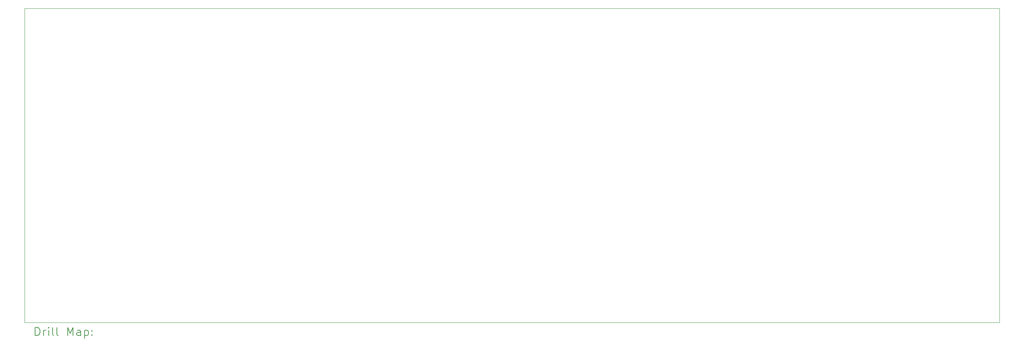
<source format=gbr>
%TF.GenerationSoftware,KiCad,Pcbnew,8.0.3*%
%TF.CreationDate,2025-06-28T13:49:27+03:00*%
%TF.ProjectId,Camera_Expansion_Board_V2.0,43616d65-7261-45f4-9578-70616e73696f,rev?*%
%TF.SameCoordinates,Original*%
%TF.FileFunction,Drillmap*%
%TF.FilePolarity,Positive*%
%FSLAX45Y45*%
G04 Gerber Fmt 4.5, Leading zero omitted, Abs format (unit mm)*
G04 Created by KiCad (PCBNEW 8.0.3) date 2025-06-28 13:49:27*
%MOMM*%
%LPD*%
G01*
G04 APERTURE LIST*
%ADD10C,0.100000*%
%ADD11C,0.200000*%
G04 APERTURE END LIST*
D10*
X2770375Y-5461125D02*
X26293375Y-5461125D01*
X26293375Y-13056125D01*
X2770375Y-13056125D01*
X2770375Y-5461125D01*
D11*
X3026152Y-13372609D02*
X3026152Y-13172609D01*
X3026152Y-13172609D02*
X3073771Y-13172609D01*
X3073771Y-13172609D02*
X3102342Y-13182133D01*
X3102342Y-13182133D02*
X3121390Y-13201180D01*
X3121390Y-13201180D02*
X3130914Y-13220228D01*
X3130914Y-13220228D02*
X3140437Y-13258323D01*
X3140437Y-13258323D02*
X3140437Y-13286894D01*
X3140437Y-13286894D02*
X3130914Y-13324990D01*
X3130914Y-13324990D02*
X3121390Y-13344037D01*
X3121390Y-13344037D02*
X3102342Y-13363085D01*
X3102342Y-13363085D02*
X3073771Y-13372609D01*
X3073771Y-13372609D02*
X3026152Y-13372609D01*
X3226152Y-13372609D02*
X3226152Y-13239275D01*
X3226152Y-13277371D02*
X3235676Y-13258323D01*
X3235676Y-13258323D02*
X3245199Y-13248799D01*
X3245199Y-13248799D02*
X3264247Y-13239275D01*
X3264247Y-13239275D02*
X3283295Y-13239275D01*
X3349961Y-13372609D02*
X3349961Y-13239275D01*
X3349961Y-13172609D02*
X3340437Y-13182133D01*
X3340437Y-13182133D02*
X3349961Y-13191656D01*
X3349961Y-13191656D02*
X3359485Y-13182133D01*
X3359485Y-13182133D02*
X3349961Y-13172609D01*
X3349961Y-13172609D02*
X3349961Y-13191656D01*
X3473771Y-13372609D02*
X3454723Y-13363085D01*
X3454723Y-13363085D02*
X3445199Y-13344037D01*
X3445199Y-13344037D02*
X3445199Y-13172609D01*
X3578533Y-13372609D02*
X3559485Y-13363085D01*
X3559485Y-13363085D02*
X3549961Y-13344037D01*
X3549961Y-13344037D02*
X3549961Y-13172609D01*
X3807104Y-13372609D02*
X3807104Y-13172609D01*
X3807104Y-13172609D02*
X3873771Y-13315466D01*
X3873771Y-13315466D02*
X3940437Y-13172609D01*
X3940437Y-13172609D02*
X3940437Y-13372609D01*
X4121390Y-13372609D02*
X4121390Y-13267847D01*
X4121390Y-13267847D02*
X4111866Y-13248799D01*
X4111866Y-13248799D02*
X4092818Y-13239275D01*
X4092818Y-13239275D02*
X4054723Y-13239275D01*
X4054723Y-13239275D02*
X4035676Y-13248799D01*
X4121390Y-13363085D02*
X4102342Y-13372609D01*
X4102342Y-13372609D02*
X4054723Y-13372609D01*
X4054723Y-13372609D02*
X4035676Y-13363085D01*
X4035676Y-13363085D02*
X4026152Y-13344037D01*
X4026152Y-13344037D02*
X4026152Y-13324990D01*
X4026152Y-13324990D02*
X4035676Y-13305942D01*
X4035676Y-13305942D02*
X4054723Y-13296418D01*
X4054723Y-13296418D02*
X4102342Y-13296418D01*
X4102342Y-13296418D02*
X4121390Y-13286894D01*
X4216628Y-13239275D02*
X4216628Y-13439275D01*
X4216628Y-13248799D02*
X4235676Y-13239275D01*
X4235676Y-13239275D02*
X4273771Y-13239275D01*
X4273771Y-13239275D02*
X4292819Y-13248799D01*
X4292819Y-13248799D02*
X4302342Y-13258323D01*
X4302342Y-13258323D02*
X4311866Y-13277371D01*
X4311866Y-13277371D02*
X4311866Y-13334513D01*
X4311866Y-13334513D02*
X4302342Y-13353561D01*
X4302342Y-13353561D02*
X4292819Y-13363085D01*
X4292819Y-13363085D02*
X4273771Y-13372609D01*
X4273771Y-13372609D02*
X4235676Y-13372609D01*
X4235676Y-13372609D02*
X4216628Y-13363085D01*
X4397580Y-13353561D02*
X4407104Y-13363085D01*
X4407104Y-13363085D02*
X4397580Y-13372609D01*
X4397580Y-13372609D02*
X4388057Y-13363085D01*
X4388057Y-13363085D02*
X4397580Y-13353561D01*
X4397580Y-13353561D02*
X4397580Y-13372609D01*
X4397580Y-13248799D02*
X4407104Y-13258323D01*
X4407104Y-13258323D02*
X4397580Y-13267847D01*
X4397580Y-13267847D02*
X4388057Y-13258323D01*
X4388057Y-13258323D02*
X4397580Y-13248799D01*
X4397580Y-13248799D02*
X4397580Y-13267847D01*
M02*

</source>
